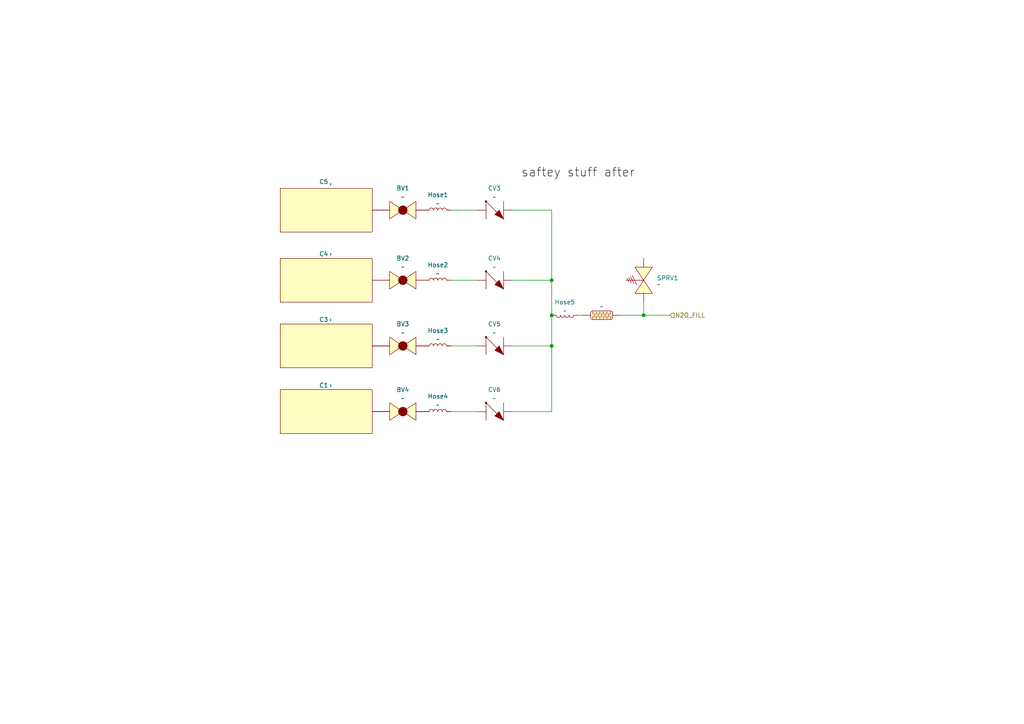
<source format=kicad_sch>
(kicad_sch (version 20250114) (generator "eeschema") (generator_version "9.0")
  (paper "A4")
  (lib_symbols
    (symbol "Ball_Valve_1"
      (property "Reference" "BV" (at 3.81 -4.318 0))
      (symbol "Ball_Valve_1_1_1"
        (polyline (pts (xy 3.81 0) (xy 0 -2.54) (xy 0 2.54) (xy 3.81 0)) (fill (type background)))
        (polyline (pts (xy 3.81 0) (xy 7.62 2.54) (xy 7.62 -2.54) (xy 3.81 0)) (fill (type background)))
        (circle (center 3.81 0) (radius 1.27) (fill (type outline)))
        (pin passive line (at -2.54 0 0) (length 2.54) (name "") (number ""))
        (pin passive line (at 10.16 0 180) (length 2.54) (name "") (number ""))
      )
    )
    (symbol "Ball_Valve_2"
      (property "Reference" "BV" (at 3.81 -4.318 0))
      (symbol "Ball_Valve_2_1_1"
        (polyline (pts (xy 3.81 0) (xy 0 -2.54) (xy 0 2.54) (xy 3.81 0)) (fill (type background)))
        (polyline (pts (xy 3.81 0) (xy 7.62 2.54) (xy 7.62 -2.54) (xy 3.81 0)) (fill (type background)))
        (circle (center 3.81 0) (radius 1.27) (fill (type outline)))
        (pin passive line (at -2.54 0 0) (length 2.54) (name "") (number ""))
        (pin passive line (at 10.16 0 180) (length 2.54) (name "") (number ""))
      )
    )
    (symbol "Ball_Valve_3"
      (property "Reference" "BV" (at 3.81 -4.318 0))
      (symbol "Ball_Valve_3_1_1"
        (polyline (pts (xy 3.81 0) (xy 0 -2.54) (xy 0 2.54) (xy 3.81 0)) (fill (type background)))
        (polyline (pts (xy 3.81 0) (xy 7.62 2.54) (xy 7.62 -2.54) (xy 3.81 0)) (fill (type background)))
        (circle (center 3.81 0) (radius 1.27) (fill (type outline)))
        (pin passive line (at -2.54 0 0) (length 2.54) (name "") (number ""))
        (pin passive line (at 10.16 0 180) (length 2.54) (name "") (number ""))
      )
    )
    (symbol "Check_Valve_1"
      (property "Reference" "CV" (at 2.54 -4.064 0))
      (symbol "Check_Valve_1_0_1"
        (polyline (pts (xy 0 2.54) (xy 5.08 -2.54)))
        (polyline (pts (xy 0 0) (xy 0 2.54)))
        (polyline (pts (xy 0 0) (xy 0 -2.54)))
        (polyline (pts (xy 5.08 -2.54) (xy 5.08 2.54)))
      )
      (symbol "Check_Valve_1_1_1"
        (circle (center 0 2.54) (radius 0.254) (fill (type outline)))
        (polyline (pts (xy 5.08 -2.54) (xy 2.54 -1.27) (xy 3.81 0) (xy 5.08 -2.54)) (fill (type outline)))
        (pin bidirectional line (at -2.54 0 0) (length 2.54) (name "") (number ""))
        (pin bidirectional line (at 7.62 0 180) (length 2.54) (name "") (number ""))
      )
    )
    (symbol "Check_Valve_2"
      (property "Reference" "CV" (at 2.54 -4.064 0))
      (symbol "Check_Valve_2_0_1"
        (polyline (pts (xy 0 2.54) (xy 5.08 -2.54)))
        (polyline (pts (xy 0 0) (xy 0 2.54)))
        (polyline (pts (xy 0 0) (xy 0 -2.54)))
        (polyline (pts (xy 5.08 -2.54) (xy 5.08 2.54)))
      )
      (symbol "Check_Valve_2_1_1"
        (circle (center 0 2.54) (radius 0.254) (fill (type outline)))
        (polyline (pts (xy 5.08 -2.54) (xy 2.54 -1.27) (xy 3.81 0) (xy 5.08 -2.54)) (fill (type outline)))
        (pin bidirectional line (at -2.54 0 0) (length 2.54) (name "") (number ""))
        (pin bidirectional line (at 7.62 0 180) (length 2.54) (name "") (number ""))
      )
    )
    (symbol "Check_Valve_3"
      (property "Reference" "CV" (at 2.54 -4.064 0))
      (symbol "Check_Valve_3_0_1"
        (polyline (pts (xy 0 2.54) (xy 5.08 -2.54)))
        (polyline (pts (xy 0 0) (xy 0 2.54)))
        (polyline (pts (xy 0 0) (xy 0 -2.54)))
        (polyline (pts (xy 5.08 -2.54) (xy 5.08 2.54)))
      )
      (symbol "Check_Valve_3_1_1"
        (circle (center 0 2.54) (radius 0.254) (fill (type outline)))
        (polyline (pts (xy 5.08 -2.54) (xy 2.54 -1.27) (xy 3.81 0) (xy 5.08 -2.54)) (fill (type outline)))
        (pin bidirectional line (at -2.54 0 0) (length 2.54) (name "") (number ""))
        (pin bidirectional line (at 7.62 0 180) (length 2.54) (name "") (number ""))
      )
    )
    (symbol "Hose_1"
      (property "Reference" "Hose" (at 0 0 0))
      (symbol "Hose_1_0_1"
        (arc (start 0 6.35) (mid 0.6323 5.715) (end 0 5.08))
        (arc (start 0 5.08) (mid 0.6323 4.445) (end 0 3.81))
        (arc (start 0 3.81) (mid 0.6323 3.175) (end 0 2.54))
        (arc (start 0 2.54) (mid 0.6323 1.905) (end 0 1.27))
      )
      (symbol "Hose_1_1_1"
        (pin passive line (at 0 7.62 270) (length 1.27) (name "") (number ""))
        (pin passive line (at 0 0 90) (length 1.27) (name "") (number ""))
      )
    )
    (symbol "Hose_2"
      (property "Reference" "Hose" (at 0 0 0))
      (symbol "Hose_2_0_1"
        (arc (start 0 6.35) (mid 0.6323 5.715) (end 0 5.08))
        (arc (start 0 5.08) (mid 0.6323 4.445) (end 0 3.81))
        (arc (start 0 3.81) (mid 0.6323 3.175) (end 0 2.54))
        (arc (start 0 2.54) (mid 0.6323 1.905) (end 0 1.27))
      )
      (symbol "Hose_2_1_1"
        (pin passive line (at 0 7.62 270) (length 1.27) (name "") (number ""))
        (pin passive line (at 0 0 90) (length 1.27) (name "") (number ""))
      )
    )
    (symbol "Hose_3"
      (property "Reference" "Hose" (at 0 0 0))
      (symbol "Hose_3_0_1"
        (arc (start 0 6.35) (mid 0.6323 5.715) (end 0 5.08))
        (arc (start 0 5.08) (mid 0.6323 4.445) (end 0 3.81))
        (arc (start 0 3.81) (mid 0.6323 3.175) (end 0 2.54))
        (arc (start 0 2.54) (mid 0.6323 1.905) (end 0 1.27))
      )
      (symbol "Hose_3_1_1"
        (pin passive line (at 0 7.62 270) (length 1.27) (name "") (number ""))
        (pin passive line (at 0 0 90) (length 1.27) (name "") (number ""))
      )
    )
    (symbol "Hose_4"
      (property "Reference" "Hose" (at 0 0 0))
      (symbol "Hose_4_0_1"
        (arc (start 0 6.35) (mid 0.6323 5.715) (end 0 5.08))
        (arc (start 0 5.08) (mid 0.6323 4.445) (end 0 3.81))
        (arc (start 0 3.81) (mid 0.6323 3.175) (end 0 2.54))
        (arc (start 0 2.54) (mid 0.6323 1.905) (end 0 1.27))
      )
      (symbol "Hose_4_1_1"
        (pin passive line (at 0 7.62 270) (length 1.27) (name "") (number ""))
        (pin passive line (at 0 0 90) (length 1.27) (name "") (number ""))
      )
    )
    (symbol "PID_symbols:Ball_Valve"
      (property "Reference" "BV" (at 3.81 -4.318 0))
      (symbol "Ball_Valve_1_1"
        (polyline (pts (xy 3.81 0) (xy 0 -2.54) (xy 0 2.54) (xy 3.81 0)) (fill (type background)))
        (polyline (pts (xy 3.81 0) (xy 7.62 2.54) (xy 7.62 -2.54) (xy 3.81 0)) (fill (type background)))
        (circle (center 3.81 0) (radius 1.27) (fill (type outline)))
        (pin passive line (at -2.54 0 0) (length 2.54) (name "") (number ""))
        (pin passive line (at 10.16 0 180) (length 2.54) (name "") (number ""))
      )
    )
    (symbol "PID_symbols:Check_Valve"
      (property "Reference" "CV" (at 2.54 -4.064 0))
      (symbol "Check_Valve_0_1"
        (polyline (pts (xy 0 2.54) (xy 5.08 -2.54)))
        (polyline (pts (xy 0 0) (xy 0 2.54)))
        (polyline (pts (xy 0 0) (xy 0 -2.54)))
        (polyline (pts (xy 5.08 -2.54) (xy 5.08 2.54)))
      )
      (symbol "Check_Valve_1_1"
        (circle (center 0 2.54) (radius 0.254) (fill (type outline)))
        (polyline (pts (xy 5.08 -2.54) (xy 2.54 -1.27) (xy 3.81 0) (xy 5.08 -2.54)) (fill (type outline)))
        (pin bidirectional line (at -2.54 0 0) (length 2.54) (name "") (number ""))
        (pin bidirectional line (at 7.62 0 180) (length 2.54) (name "") (number ""))
      )
    )
    (symbol "PID_symbols:Cylinder"
      (property "Reference" "C" (at 0 0 0))
      (symbol "Cylinder_1_1"
        (rectangle (start -6.35 12.7) (end 6.35 -13.97) (fill (type background)))
        (pin passive line (at 0 -16.51 90) (length 2.54) (name "") (number ""))
      )
    )
    (symbol "PID_symbols:Filter"
      (symbol "Filter_1_1"
        (polyline (pts (xy -3.302 -0.635) (xy -3.302 0.635)))
        (polyline (pts (xy -3.277 0.65) (xy -3.177 0.95) (xy -2.877 1.2) (xy -2.427 1.25) (xy 2.423 1.25) (xy 2.723 1.15) (xy 2.923 0.95) (xy 3.023 0.7) (xy 3.023 -0.6) (xy 2.973 -0.85) (xy 2.823 -1.05) (xy 2.573 -1.2) (xy 1.973 -1.2) (xy -2.527 -1.2) (xy -2.702 -1.3) (xy -2.952 -1.2) (xy -3.227 -1) (xy -3.227 -0.6) (xy -3.277 -0.3) (xy -3.277 0.6)) (stroke (width -0.0001)) (fill (type background)))
        (polyline (pts (xy -2.667 1.27) (xy 2.413 1.27)))
        (polyline (pts (xy -2.667 1.016) (xy -2.667 0.254)))
        (arc (start -3.302 0.635) (mid -3.116 1.084) (end -2.667 1.27))
        (polyline (pts (xy -2.667 -0.254) (xy -2.667 -1.016)))
        (arc (start -2.667 -1.27) (mid -3.116 -1.084) (end -3.302 -0.635))
        (polyline (pts (xy -2.159 0.508) (xy -2.159 -0.508)))
        (polyline (pts (xy -1.651 1.016) (xy -1.651 0.254)))
        (polyline (pts (xy -1.651 -0.254) (xy -1.651 -1.016)))
        (polyline (pts (xy -1.143 0.508) (xy -1.143 -0.508)))
        (polyline (pts (xy -0.635 1.016) (xy -0.635 0.254)))
        (polyline (pts (xy -0.635 -0.254) (xy -0.635 -1.016)))
        (polyline (pts (xy -0.127 0.508) (xy -0.127 -0.508)))
        (polyline (pts (xy 0.381 1.016) (xy 0.381 0.254)))
        (polyline (pts (xy 0.381 -0.254) (xy 0.381 -1.016)))
        (polyline (pts (xy 0.889 0.508) (xy 0.889 -0.508)))
        (polyline (pts (xy 1.397 1.016) (xy 1.397 0.254)))
        (polyline (pts (xy 1.397 -0.254) (xy 1.397 -1.016)))
        (polyline (pts (xy 1.905 0.508) (xy 1.905 -0.508)))
        (polyline (pts (xy 2.413 1.016) (xy 2.413 0.254)))
        (arc (start 2.413 1.27) (mid 2.862 1.084) (end 3.048 0.635))
        (polyline (pts (xy 2.413 -0.254) (xy 2.413 -1.016)))
        (arc (start 3.048 -0.635) (mid 2.862 -1.084) (end 2.413 -1.27))
        (polyline (pts (xy 2.413 -1.27) (xy -2.667 -1.27)))
        (polyline (pts (xy 3.048 0.635) (xy 3.048 -0.635)))
        (pin passive line (at -5.842 0 0) (length 2.54) (name "") (number ""))
        (pin passive line (at 5.588 0 180) (length 2.54) (name "") (number ""))
      )
    )
    (symbol "PID_symbols:Hose"
      (property "Reference" "Hose" (at 0 0 0))
      (symbol "Hose_0_1"
        (arc (start 0 6.35) (mid 0.6323 5.715) (end 0 5.08))
        (arc (start 0 5.08) (mid 0.6323 4.445) (end 0 3.81))
        (arc (start 0 3.81) (mid 0.6323 3.175) (end 0 2.54))
        (arc (start 0 2.54) (mid 0.6323 1.905) (end 0 1.27))
      )
      (symbol "Hose_1_1"
        (pin passive line (at 0 7.62 270) (length 1.27) (name "") (number ""))
        (pin passive line (at 0 0 90) (length 1.27) (name "") (number ""))
      )
    )
    (symbol "PID_symbols:SPRV"
      (property "Reference" "SPRV" (at 3.556 -3.302 0))
      (symbol "SPRV_0_1"
        (polyline (pts (xy 3.81 0) (xy 3.81 5.08)))
        (polyline (pts (xy 4.318 4.826) (xy 3.302 4.318)))
        (polyline (pts (xy 4.572 4.318) (xy 3.048 3.556)))
        (polyline (pts (xy 4.826 3.81) (xy 2.794 2.794)))
        (polyline (pts (xy 5.08 3.302) (xy 2.54 2.032)))
      )
      (symbol "SPRV_1_1"
        (polyline (pts (xy 0 0) (xy 0 2.54) (xy 3.81 0) (xy 0 -2.54) (xy 0 0)) (fill (type background)))
        (polyline (pts (xy 3.81 0) (xy 7.62 2.54) (xy 7.62 -2.54) (xy 3.81 0)) (fill (type background)))
        (pin passive line (at -2.54 0 0) (length 2.54) (name "") (number ""))
        (pin passive line (at 10.16 0 180) (length 2.54) (name "") (number ""))
      )
    )
  )
  (junction (at 160.02 81.28))
  (junction (at 160.02 91.44))
  (junction (at 186.69 91.44))
  (junction (at 160.02 100.33))
  (wire (pts (xy 160.02 119.38) (xy 160.02 100.33)))
  (wire (pts (xy 130.81 119.38) (xy 138.43 119.38)))
  (wire (pts (xy 180.213 91.44) (xy 186.69 91.44)))
  (wire (pts (xy 160.02 60.96) (xy 160.02 81.28)))
  (wire (pts (xy 167.64 91.44) (xy 168.783 91.44)))
  (wire (pts (xy 186.69 91.44) (xy 194.31 91.44)))
  (wire (pts (xy 186.69 87.63) (xy 186.69 91.44)))
  (wire (pts (xy 148.59 100.33) (xy 160.02 100.33)))
  (wire (pts (xy 160.02 81.28) (xy 160.02 91.44)))
  (wire (pts (xy 130.81 100.33) (xy 138.43 100.33)))
  (wire (pts (xy 160.02 91.44) (xy 160.02 100.33)))
  (wire (pts (xy 130.81 60.96) (xy 138.43 60.96)))
  (wire (pts (xy 130.81 81.28) (xy 138.43 81.28)))
  (wire (pts (xy 148.59 60.96) (xy 160.02 60.96)))
  (wire (pts (xy 148.59 119.38) (xy 160.02 119.38)))
  (wire (pts (xy 148.59 81.28) (xy 160.02 81.28)))
  (label "saftey stuff after" (at 151.13 52.07 0) (effects (font (size 2.54 2.54))))
  (hierarchical_label "N2O_FILL" (shape input) (at 194.31 91.44 0))
  (symbol (lib_name "Hose_2") (lib_id "PID_symbols:Hose") (at 130.81 100.33 90) (unit 1)
    (property "Reference" "Hose3" (at 127 95.885 90))
    (property "Value" "~" (at 127 98.425 90))
  )
  (symbol (lib_id "PID_symbols:Hose") (at 130.81 60.96 90) (unit 1)
    (property "Reference" "Hose1" (at 127 56.515 90))
    (property "Value" "~" (at 127 59.055 90))
  )
  (symbol (lib_name "Ball_Valve_2") (lib_id "PID_symbols:Ball_Valve") (at 113.03 100.33 0) (unit 1)
    (property "Reference" "BV3" (at 116.84 93.98 0))
    (property "Value" "~" (at 116.84 96.52 0))
  )
  (symbol (lib_id "PID_symbols:Ball_Valve") (at 113.03 60.96 0) (unit 1)
    (property "Reference" "BV1" (at 116.84 54.61 0))
    (property "Value" "~" (at 116.84 57.15 0))
  )
  (symbol (lib_name "Hose_4") (lib_id "PID_symbols:Hose") (at 160.02 91.44 270) (unit 1)
    (property "Reference" "Hose5" (at 163.83 87.63 90))
    (property "Value" "~" (at 163.83 90.17 90))
  )
  (symbol (lib_id "PID_symbols:Cylinder") (at 93.98 81.28 90) (unit 1)
    (property "Reference" "C4" (at 95.25 73.66 90) (effects (justify left)))
    (property "Value" "~" (at 95.885 74.295 0) (effects (justify left)))
  )
  (symbol (lib_name "Check_Valve_3") (lib_id "PID_symbols:Check_Valve") (at 140.97 119.38 0) (unit 1)
    (property "Reference" "CV6" (at 143.383 113.03 0))
    (property "Value" "~" (at 143.383 115.57 0))
  )
  (symbol (lib_name "Check_Valve_2") (lib_id "PID_symbols:Check_Valve") (at 140.97 100.33 0) (unit 1)
    (property "Reference" "CV5" (at 143.383 93.98 0))
    (property "Value" "~" (at 143.383 96.52 0))
  )
  (symbol (lib_name "Ball_Valve_1") (lib_id "PID_symbols:Ball_Valve") (at 113.03 81.28 0) (unit 1)
    (property "Reference" "BV2" (at 116.84 74.93 0))
    (property "Value" "~" (at 116.84 77.47 0))
  )
  (symbol (lib_name "Check_Valve_1") (lib_id "PID_symbols:Check_Valve") (at 140.97 81.28 0) (unit 1)
    (property "Reference" "CV4" (at 143.383 74.93 0))
    (property "Value" "~" (at 143.383 77.47 0))
  )
  (symbol (lib_name "Ball_Valve_3") (lib_id "PID_symbols:Ball_Valve") (at 113.03 119.38 0) (unit 1)
    (property "Reference" "BV4" (at 116.84 113.03 0))
    (property "Value" "~" (at 116.84 115.57 0))
  )
  (symbol (lib_name "Hose_3") (lib_id "PID_symbols:Hose") (at 130.81 119.38 90) (unit 1)
    (property "Reference" "Hose4" (at 127 114.935 90))
    (property "Value" "~" (at 127 117.475 90))
  )
  (symbol (lib_id "PID_symbols:Filter") (at 174.625 91.44 0) (unit 1)
    (property "Reference" "Filter3" (effects (hide yes)))
    (property "Value" "~" (at 174.498 88.9 0))
  )
  (symbol (lib_id "PID_symbols:SPRV") (at 186.69 85.09 90) (unit 1)
    (property "Reference" "SPRV1" (at 190.5 80.6449 90) (effects (justify right)))
    (property "Value" "~" (at 190.5 82.55 90) (effects (justify right)))
  )
  (symbol (lib_name "Hose_1") (lib_id "PID_symbols:Hose") (at 130.81 81.28 90) (unit 1)
    (property "Reference" "Hose2" (at 127 76.835 90))
    (property "Value" "~" (at 127 79.375 90))
  )
  (symbol (lib_id "PID_symbols:Cylinder") (at 93.98 119.38 90) (unit 1)
    (property "Reference" "C1" (at 95.25 111.76 90) (effects (justify left)))
    (property "Value" "~" (at 95.885 112.395 0) (effects (justify left)))
  )
  (symbol (lib_id "PID_symbols:Cylinder") (at 93.98 100.33 90) (unit 1)
    (property "Reference" "C3" (at 95.25 92.71 90) (effects (justify left)))
    (property "Value" "~" (at 95.885 93.345 0) (effects (justify left)))
  )
  (symbol (lib_id "PID_symbols:Cylinder") (at 93.98 60.96 90) (unit 1)
    (property "Reference" "C5" (at 95.25 52.705 90) (effects (justify left)))
    (property "Value" "~" (at 95.885 53.975 0) (effects (justify left)))
  )
  (symbol (lib_id "PID_symbols:Check_Valve") (at 140.97 60.96 0) (unit 1)
    (property "Reference" "CV3" (at 143.383 54.61 0))
    (property "Value" "~" (at 143.383 57.15 0))
  )
)
</source>
